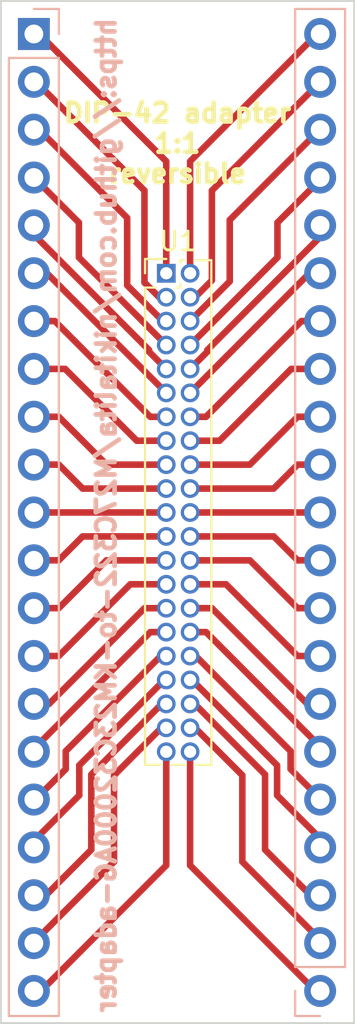
<source format=kicad_pcb>
(kicad_pcb (version 20211014) (generator pcbnew)
  (layers (0 "F.Cu" signal) (31 "B.Cu" signal) (34 "B.Paste" user) (35 "F.Paste" user) (36 "B.SilkS" user "B.Silkscreen") (37 "F.SilkS" user "F.Silkscreen") (38 "B.Mask" user) (39 "F.Mask" user) (44 "Edge.Cuts" user))
  (net 0 "")
  (net 1 "Net-(U1-Pad1)")
  (net 2 "Net-(U1-Pad2)")
  (net 3 "Net-(U1-Pad3)")
  (net 4 "Net-(U1-Pad4)")
  (net 5 "Net-(U1-Pad5)")
  (net 6 "Net-(U1-Pad6)")
  (net 7 "Net-(U1-Pad7)")
  (net 8 "Net-(U1-Pad8)")
  (net 9 "Net-(U1-Pad9)")
  (net 10 "Net-(U1-Pad10)")
  (net 11 "Net-(U1-Pad11)")
  (net 12 "Net-(U1-Pad12)")
  (net 13 "Net-(U1-Pad13)")
  (net 14 "Net-(U1-Pad14)")
  (net 15 "Net-(U1-Pad15)")
  (net 16 "Net-(U1-Pad16)")
  (net 17 "Net-(U1-Pad17)")
  (net 18 "Net-(U1-Pad18)")
  (net 19 "Net-(U1-Pad19)")
  (net 20 "Net-(U1-Pad20)")
  (net 21 "Net-(U1-Pad21)")
  (net 22 "Net-(U1-Pad22)")
  (net 23 "Net-(U1-Pad23)")
  (net 24 "Net-(U1-Pad24)")
  (net 25 "Net-(U1-Pad25)")
  (net 26 "Net-(U1-Pad26)")
  (net 27 "Net-(U1-Pad27)")
  (net 28 "Net-(U1-Pad28)")
  (net 29 "Net-(U1-Pad29)")
  (net 30 "Net-(U1-Pad30)")
  (net 31 "Net-(U1-Pad31)")
  (net 32 "Net-(U1-Pad32)")
  (net 33 "Net-(U1-Pad33)")
  (net 34 "Net-(U1-Pad34)")
  (net 35 "Net-(U1-Pad35)")
  (net 36 "Net-(U1-Pad36)")
  (net 37 "Net-(U1-Pad37)")
  (net 38 "Net-(U1-Pad38)")
  (net 39 "Net-(U1-Pad39)")
  (net 40 "Net-(U1-Pad40)")
  (net 41 "Net-(U1-Pad41)")
  (net 42 "Net-(U1-Pad42)")
  (footprint "Connector_PinHeader_1.27mm:PinHeader_2x21_P1.27mm_Vertical" (layer "F.Cu") (at 143.89 68.21)
    (fp_text reference "U1" (at 0.635 -1.695) (layer "F.SilkS"))
    (fp_text value "KM23C32000AG-adaptor")
    (fp_line (start 0.76 -0.695) (end 0.96247 -0.695) (layer "F.SilkS") (width 0.12))
    (fp_line (start 0.30753 26.095) (end 0.96247 26.095) (layer "F.SilkS") (width 0.12))
    (fp_line (start -1.13 0) (end -1.13 -0.76) (layer "F.SilkS") (width 0.12))
    (fp_line (start -1.13 26.095) (end -0.30753 26.095) (layer "F.SilkS") (width 0.12))
    (fp_line (start 0.76 -0.563471) (end 0.76 -0.695) (layer "F.SilkS") (width 0.12))
    (fp_line (start 1.57753 26.095) (end 2.4 26.095) (layer "F.SilkS") (width 0.12))
    (fp_line (start -1.13 0.76) (end -0.563471 0.76) (layer "F.SilkS") (width 0.12))
    (fp_line (start 2.4 -0.695) (end 2.4 26.095) (layer "F.SilkS") (width 0.12))
    (fp_line (start 0.76 0.706529) (end 0.76 0.563471) (layer "F.SilkS") (width 0.12))
    (fp_line (start -1.13 -0.76) (end 0 -0.76) (layer "F.SilkS") (width 0.12))
    (fp_line (start 0.563471 0.76) (end 0.706529 0.76) (layer "F.SilkS") (width 0.12))
    (fp_line (start 1.57753 -0.695) (end 2.4 -0.695) (layer "F.SilkS") (width 0.12))
    (fp_line (start -1.13 0.76) (end -1.13 26.095) (layer "F.SilkS") (width 0.12))
    (pad "1" thru_hole rect (at 0 0) (size 1 1) (drill 0.65) (layers *.Cu *.Mask) (net 1 "Net-(U1-Pad1)"))
    (pad "2" thru_hole oval (at 0 1.27) (size 1 1) (drill 0.65) (layers *.Cu *.Mask) (net 2 "Net-(U1-Pad2)"))
    (pad "3" thru_hole oval (at 0 2.54) (size 1 1) (drill 0.65) (layers *.Cu *.Mask) (net 3 "Net-(U1-Pad3)"))
    (pad "4" thru_hole oval (at 0 3.81) (size 1 1) (drill 0.65) (layers *.Cu *.Mask) (net 4 "Net-(U1-Pad4)"))
    (pad "5" thru_hole oval (at 0 5.08) (size 1 1) (drill 0.65) (layers *.Cu *.Mask) (net 5 "Net-(U1-Pad5)"))
    (pad "6" thru_hole oval (at 0 6.35) (size 1 1) (drill 0.65) (layers *.Cu *.Mask) (net 6 "Net-(U1-Pad6)"))
    (pad "7" thru_hole oval (at 0 7.62) (size 1 1) (drill 0.65) (layers *.Cu *.Mask) (net 7 "Net-(U1-Pad7)"))
    (pad "8" thru_hole oval (at 0 8.89) (size 1 1) (drill 0.65) (layers *.Cu *.Mask) (net 8 "Net-(U1-Pad8)"))
    (pad "9" thru_hole oval (at 0 10.16) (size 1 1) (drill 0.65) (layers *.Cu *.Mask) (net 9 "Net-(U1-Pad9)"))
    (pad "10" thru_hole oval (at 0 11.43) (size 1 1) (drill 0.65) (layers *.Cu *.Mask) (net 10 "Net-(U1-Pad10)"))
    (pad "11" thru_hole oval (at 0 12.7) (size 1 1) (drill 0.65) (layers *.Cu *.Mask) (net 11 "Net-(U1-Pad11)"))
    (pad "12" thru_hole oval (at 0 13.97) (size 1 1) (drill 0.65) (layers *.Cu *.Mask) (net 12 "Net-(U1-Pad12)"))
    (pad "13" thru_hole oval (at 0 15.24) (size 1 1) (drill 0.65) (layers *.Cu *.Mask) (net 13 "Net-(U1-Pad13)"))
    (pad "14" thru_hole oval (at 0 16.51) (size 1 1) (drill 0.65) (layers *.Cu *.Mask) (net 14 "Net-(U1-Pad14)"))
    (pad "15" thru_hole oval (at 0 17.78) (size 1 1) (drill 0.65) (layers *.Cu *.Mask) (net 15 "Net-(U1-Pad15)"))
    (pad "16" thru_hole oval (at 0 19.05) (size 1 1) (drill 0.65) (layers *.Cu *.Mask) (net 16 "Net-(U1-Pad16)"))
    (pad "17" thru_hole oval (at 0 20.32) (size 1 1) (drill 0.65) (layers *.Cu *.Mask) (net 17 "Net-(U1-Pad17)"))
    (pad "18" thru_hole oval (at 0 21.59) (size 1 1) (drill 0.65) (layers *.Cu *.Mask) (net 18 "Net-(U1-Pad18)"))
    (pad "19" thru_hole oval (at 0 22.86) (size 1 1) (drill 0.65) (layers *.Cu *.Mask) (net 19 "Net-(U1-Pad19)"))
    (pad "20" thru_hole oval (at 0 24.13) (size 1 1) (drill 0.65) (layers *.Cu *.Mask) (net 20 "Net-(U1-Pad20)"))
    (pad "21" thru_hole oval (at 0 25.4) (size 1 1) (drill 0.65) (layers *.Cu *.Mask) (net 21 "Net-(U1-Pad21)"))
    (pad "22" thru_hole oval (at 1.27 25.4) (size 1 1) (drill 0.65) (layers *.Cu *.Mask) (net 22 "Net-(U1-Pad22)"))
    (pad "23" thru_hole oval (at 1.27 24.13) (size 1 1) (drill 0.65) (layers *.Cu *.Mask) (net 23 "Net-(U1-Pad23)"))
    (pad "24" thru_hole oval (at 1.27 22.86) (size 1 1) (drill 0.65) (layers *.Cu *.Mask) (net 24 "Net-(U1-Pad24)"))
    (pad "25" thru_hole oval (at 1.27 21.59) (size 1 1) (drill 0.65) (layers *.Cu *.Mask) (net 25 "Net-(U1-Pad25)"))
    (pad "26" thru_hole oval (at 1.27 20.32) (size 1 1) (drill 0.65) (layers *.Cu *.Mask) (net 26 "Net-(U1-Pad26)"))
    (pad "27" thru_hole oval (at 1.27 19.05) (size 1 1) (drill 0.65) (layers *.Cu *.Mask) (net 27 "Net-(U1-Pad27)"))
    (pad "28" thru_hole oval (at 1.27 17.78) (size 1 1) (drill 0.65) (layers *.Cu *.Mask) (net 28 "Net-(U1-Pad28)"))
    (pad "29" thru_hole oval (at 1.27 16.51) (size 1 1) (drill 0.65) (layers *.Cu *.Mask) (net 29 "Net-(U1-Pad29)"))
    (pad "30" thru_hole oval (at 1.27 15.24) (size 1 1) (drill 0.65) (layers *.Cu *.Mask) (net 30 "Net-(U1-Pad30)"))
    (pad "31" thru_hole oval (at 1.27 13.97) (size 1 1) (drill 0.65) (layers *.Cu *.Mask) (net 31 "Net-(U1-Pad31)"))
    (pad "32" thru_hole oval (at 1.27 12.7) (size 1 1) (drill 0.65) (layers *.Cu *.Mask) (net 32 "Net-(U1-Pad32)"))
    (pad "33" thru_hole oval (at 1.27 11.43) (size 1 1) (drill 0.65) (layers *.Cu *.Mask) (net 33 "Net-(U1-Pad33)"))
    (pad "34" thru_hole oval (at 1.27 10.16) (size 1 1) (drill 0.65) (layers *.Cu *.Mask) (net 34 "Net-(U1-Pad34)"))
    (pad "35" thru_hole oval (at 1.27 8.89) (size 1 1) (drill 0.65) (layers *.Cu *.Mask) (net 35 "Net-(U1-Pad35)"))
    (pad "36" thru_hole oval (at 1.27 7.62) (size 1 1) (drill 0.65) (layers *.Cu *.Mask) (net 36 "Net-(U1-Pad36)"))
    (pad "37" thru_hole oval (at 1.27 6.35) (size 1 1) (drill 0.65) (layers *.Cu *.Mask) (net 37 "Net-(U1-Pad37)"))
    (pad "38" thru_hole oval (at 1.27 5.08) (size 1 1) (drill 0.65) (layers *.Cu *.Mask) (net 38 "Net-(U1-Pad38)"))
    (pad "39" thru_hole oval (at 1.27 3.81) (size 1 1) (drill 0.65) (layers *.Cu *.Mask) (net 39 "Net-(U1-Pad39)"))
    (pad "40" thru_hole oval (at 1.27 2.54) (size 1 1) (drill 0.65) (layers *.Cu *.Mask) (net 40 "Net-(U1-Pad40)"))
    (pad "41" thru_hole oval (at 1.27 1.27) (size 1 1) (drill 0.65) (layers *.Cu *.Mask) (net 41 "Net-(U1-Pad41)"))
    (pad "42" thru_hole oval (at 1.27 0) (size 1 1) (drill 0.65) (layers *.Cu *.Mask) (net 42 "Net-(U1-Pad42)"))
  )
  (footprint "Library:27C322 Adaptor" (layer "B.Cu") (at 152.082 55.508 180)
    (fp_text reference "U2" hide)
    (fp_text value "27C322" hide)
    (fp_line (start 16.57 -1.27) (end 16.57 -52.13) (layer "B.SilkS") (width 0.12))
    (fp_line (start 1.33 -49.53) (end 1.33 1.33) (layer "B.SilkS") (width 0.12))
    (fp_line (start 13.91 1.33) (end 15.24 1.33) (layer "B.SilkS") (width 0.12))
    (fp_line (start 13.91 0) (end 13.91 1.33) (layer "B.SilkS") (width 0.12))
    (fp_line (start 1.33 1.33) (end -1.33 1.33) (layer "B.SilkS") (width 0.12))
    (fp_line (start 1.33 -50.8) (end 1.33 -52.13) (layer "B.SilkS") (width 0.12))
    (fp_line (start 13.91 -1.27) (end 16.57 -1.27) (layer "B.SilkS") (width 0.12))
    (fp_line (start 13.91 -52.13) (end 16.57 -52.13) (layer "B.SilkS") (width 0.12))
    (fp_line (start 13.91 -1.27) (end 13.91 -52.13) (layer "B.SilkS") (width 0.12))
    (fp_line (start -1.33 -49.53) (end -1.33 1.33) (layer "B.SilkS") (width 0.12))
    (fp_line (start 1.33 -49.53) (end -1.33 -49.53) (layer "B.SilkS") (width 0.12))
    (fp_line (start 1.33 -52.13) (end 0 -52.13) (layer "B.SilkS") (width 0.12))
    (pad "1" thru_hole rect (at 15.24 0 180) (size 1.7 1.7) (drill 1) (layers *.Cu *.Mask) (net 1 "Net-(U1-Pad1)"))
    (pad "2" thru_hole oval (at 15.24 -2.54 180) (size 1.7 1.7) (drill 1) (layers *.Cu *.Mask) (net 2 "Net-(U1-Pad2)"))
    (pad "3" thru_hole oval (at 15.24 -5.08 180) (size 1.7 1.7) (drill 1) (layers *.Cu *.Mask) (net 3 "Net-(U1-Pad3)"))
    (pad "4" thru_hole oval (at 15.24 -7.62 180) (size 1.7 1.7) (drill 1) (layers *.Cu *.Mask) (net 4 "Net-(U1-Pad4)"))
    (pad "5" thru_hole oval (at 15.24 -10.16 180) (size 1.7 1.7) (drill 1) (layers *.Cu *.Mask) (net 5 "Net-(U1-Pad5)"))
    (pad "6" thru_hole oval (at 15.24 -12.7 180) (size 1.7 1.7) (drill 1) (layers *.Cu *.Mask) (net 6 "Net-(U1-Pad6)"))
    (pad "7" thru_hole oval (at 15.24 -15.24 180) (size 1.7 1.7) (drill 1) (layers *.Cu *.Mask) (net 7 "Net-(U1-Pad7)"))
    (pad "8" thru_hole oval (at 15.24 -17.78 180) (size 1.7 1.7) (drill 1) (layers *.Cu *.Mask) (net 8 "Net-(U1-Pad8)"))
    (pad "9" thru_hole oval (at 15.24 -20.32 180) (size 1.7 1.7) (drill 1) (layers *.Cu *.Mask) (net 9 "Net-(U1-Pad9)"))
    (pad "10" thru_hole oval (at 15.24 -22.86 180) (size 1.7 1.7) (drill 1) (layers *.Cu *.Mask) (net 10 "Net-(U1-Pad10)"))
    (pad "11" thru_hole oval (at 15.24 -25.4 180) (size 1.7 1.7) (drill 1) (layers *.Cu *.Mask) (net 11 "Net-(U1-Pad11)"))
    (pad "12" thru_hole oval (at 15.24 -27.94 180) (size 1.7 1.7) (drill 1) (layers *.Cu *.Mask) (net 12 "Net-(U1-Pad12)"))
    (pad "13" thru_hole oval (at 15.24 -30.48 180) (size 1.7 1.7) (drill 1) (layers *.Cu *.Mask) (net 13 "Net-(U1-Pad13)"))
    (pad "14" thru_hole oval (at 15.24 -33.02 180) (size 1.7 1.7) (drill 1) (layers *.Cu *.Mask) (net 14 "Net-(U1-Pad14)"))
    (pad "15" thru_hole oval (at 15.24 -35.56 180) (size 1.7 1.7) (drill 1) (layers *.Cu *.Mask) (net 15 "Net-(U1-Pad15)"))
    (pad "16" thru_hole oval (at 15.24 -38.1 180) (size 1.7 1.7) (drill 1) (layers *.Cu *.Mask) (net 16 "Net-(U1-Pad16)"))
    (pad "17" thru_hole oval (at 15.24 -40.64 180) (size 1.7 1.7) (drill 1) (layers *.Cu *.Mask) (net 17 "Net-(U1-Pad17)"))
    (pad "18" thru_hole oval (at 15.24 -43.18 180) (size 1.7 1.7) (drill 1) (layers *.Cu *.Mask) (net 18 "Net-(U1-Pad18)"))
    (pad "19" thru_hole oval (at 15.24 -45.72 180) (size 1.7 1.7) (drill 1) (layers *.Cu *.Mask) (net 19 "Net-(U1-Pad19)"))
    (pad "20" thru_hole oval (at 15.24 -48.26 180) (size 1.7 1.7) (drill 1) (layers *.Cu *.Mask) (net 20 "Net-(U1-Pad20)"))
    (pad "21" thru_hole oval (at 15.24 -50.8 180) (size 1.7 1.7) (drill 1) (layers *.Cu *.Mask) (net 21 "Net-(U1-Pad21)"))
    (pad "22" thru_hole oval (at 0 -50.8 180) (size 1.7 1.7) (drill 1) (layers *.Cu *.Mask) (net 22 "Net-(U1-Pad22)"))
    (pad "23" thru_hole oval (at 0 -48.26 180) (size 1.7 1.7) (drill 1) (layers *.Cu *.Mask) (net 23 "Net-(U1-Pad23)"))
    (pad "24" thru_hole oval (at 0 -45.72 180) (size 1.7 1.7) (drill 1) (layers *.Cu *.Mask) (net 24 "Net-(U1-Pad24)"))
    (pad "25" thru_hole oval (at 0 -43.18 180) (size 1.7 1.7) (drill 1) (layers *.Cu *.Mask) (net 25 "Net-(U1-Pad25)"))
    (pad "26" thru_hole oval (at 0 -40.64 180) (size 1.7 1.7) (drill 1) (layers *.Cu *.Mask) (net 26 "Net-(U1-Pad26)"))
    (pad "27" thru_hole oval (at 0 -38.1 180) (size 1.7 1.7) (drill 1) (layers *.Cu *.Mask) (net 27 "Net-(U1-Pad27)"))
    (pad "28" thru_hole oval (at 0 -35.56 180) (size 1.7 1.7) (drill 1) (layers *.Cu *.Mask) (net 28 "Net-(U1-Pad28)"))
    (pad "29" thru_hole oval (at 0 -33.02 180) (size 1.7 1.7) (drill 1) (layers *.Cu *.Mask) (net 29 "Net-(U1-Pad29)"))
    (pad "30" thru_hole oval (at 0 -30.48 180) (size 1.7 1.7) (drill 1) (layers *.Cu *.Mask) (net 30 "Net-(U1-Pad30)"))
    (pad "31" thru_hole oval (at 0 -27.94 180) (size 1.7 1.7) (drill 1) (layers *.Cu *.Mask) (net 31 "Net-(U1-Pad31)"))
    (pad "32" thru_hole oval (at 0 -25.4 180) (size 1.7 1.7) (drill 1) (layers *.Cu *.Mask) (net 32 "Net-(U1-Pad32)"))
    (pad "33" thru_hole oval (at 0 -22.86 180) (size 1.7 1.7) (drill 1) (layers *.Cu *.Mask) (net 33 "Net-(U1-Pad33)"))
    (pad "34" thru_hole oval (at 0 -20.32 180) (size 1.7 1.7) (drill 1) (layers *.Cu *.Mask) (net 34 "Net-(U1-Pad34)"))
    (pad "35" thru_hole oval (at 0 -17.78 180) (size 1.7 1.7) (drill 1) (layers *.Cu *.Mask) (net 35 "Net-(U1-Pad35)"))
    (pad "36" thru_hole oval (at 0 -15.24 180) (size 1.7 1.7) (drill 1) (layers *.Cu *.Mask) (net 36 "Net-(U1-Pad36)"))
    (pad "37" thru_hole oval (at 0 -12.7 180) (size 1.7 1.7) (drill 1) (layers *.Cu *.Mask) (net 37 "Net-(U1-Pad37)"))
    (pad "38" thru_hole oval (at 0 -10.16 180) (size 1.7 1.7) (drill 1) (layers *.Cu *.Mask) (net 38 "Net-(U1-Pad38)"))
    (pad "39" thru_hole oval (at 0 -7.62 180) (size 1.7 1.7) (drill 1) (layers *.Cu *.Mask) (net 39 "Net-(U1-Pad39)"))
    (pad "40" thru_hole oval (at 0 -5.08 180) (size 1.7 1.7) (drill 1) (layers *.Cu *.Mask) (net 40 "Net-(U1-Pad40)"))
    (pad "41" thru_hole oval (at 0 -2.54 180) (size 1.7 1.7) (drill 1) (layers *.Cu *.Mask) (net 41 "Net-(U1-Pad41)"))
    (pad "42" thru_hole oval (at 0 0 180) (size 1.7 1.7) (drill 1) (layers *.Cu *.Mask) (net 42 "Net-(U1-Pad42)"))
  )
  (gr_rect (start 135.09 53.754) (end 153.89 108.012) (layer "Edge.Cuts") (width 0.1) (fill none))
  (gr_text "https://github.com/nikitalita/M27C322-to-KM23C32000AG-adapter\n" (at 140.69 81.06 -270) (layer "B.SilkS") (effects (font (size 1 1) (thickness 0.25)) (justify mirror)))
  (gr_text "DIP-42 adapter\n1:1\nreversible" (at 144.48 61.31) (layer "F.SilkS") (effects (font (size 1 1) (thickness 0.25))))
  (segment (start 137.128 55.508) (end 143.89 62.27) (width 0.35) (layer "F.Cu") (net 1))
  (segment (start 136.968 55.508) (end 137.128 55.508) (width 0.35) (layer "F.Cu") (net 1))
  (segment (start 143.89 62.27) (end 143.89 68.21) (width 0.35) (layer "F.Cu") (net 1))
  (segment (start 136.968 58.058) (end 136.968 58.048) (width 0.35) (layer "F.Cu") (net 2))
  (segment (start 143.51 69.48) (end 142.73 68.7) (width 0.35) (layer "F.Cu") (net 2))
  (segment (start 142.73 68.7) (end 142.73 63.82) (width 0.35) (layer "F.Cu") (net 2))
  (segment (start 142.73 63.82) (end 136.968 58.058) (width 0.35) (layer "F.Cu") (net 2))
  (segment (start 143.89 69.48) (end 143.51 69.48) (width 0.35) (layer "F.Cu") (net 2))
  (segment (start 143.89 70.75) (end 143.71 70.75) (width 0.35) (layer "F.Cu") (net 3))
  (segment (start 143.71 70.75) (end 141.81 68.85) (width 0.35) (layer "F.Cu") (net 3))
  (segment (start 141.81 68.85) (end 141.81 65.27) (width 0.35) (layer "F.Cu") (net 3))
  (segment (start 137.128 60.588) (end 136.968 60.588) (width 0.35) (layer "F.Cu") (net 3))
  (segment (start 141.81 65.27) (end 137.128 60.588) (width 0.35) (layer "F.Cu") (net 3))
  (segment (start 136.968 63.248) (end 139.24 65.52) (width 0.35) (layer "F.Cu") (net 4))
  (segment (start 136.968 63.128) (end 136.968 63.248) (width 0.35) (layer "F.Cu") (net 4))
  (segment (start 139.24 67.37) (end 143.89 72.02) (width 0.35) (layer "F.Cu") (net 4))
  (segment (start 139.24 65.52) (end 139.24 67.37) (width 0.35) (layer "F.Cu") (net 4))
  (segment (start 136.968 65.668) (end 136.968 66.2805) (width 0.35) (layer "F.Cu") (net 5))
  (segment (start 136.968 66.2805) (end 142.9725 72.285) (width 0.35) (layer "F.Cu") (net 5))
  (segment (start 142.9725 72.3725) (end 143.89 73.29) (width 0.35) (layer "F.Cu") (net 5))
  (segment (start 142.9725 72.285) (end 142.9725 72.3725) (width 0.35) (layer "F.Cu") (net 5))
  (segment (start 137.538 68.208) (end 143.89 74.56) (width 0.35) (layer "F.Cu") (net 6))
  (segment (start 136.968 68.208) (end 137.538 68.208) (width 0.35) (layer "F.Cu") (net 6))
  (segment (start 136.968 70.748) (end 137.9579 70.748) (width 0.35) (layer "F.Cu") (net 7))
  (segment (start 143.0399 75.83) (end 143.89 75.83) (width 0.35) (layer "F.Cu") (net 7))
  (segment (start 137.9579 70.748) (end 143.0399 75.83) (width 0.35) (layer "F.Cu") (net 7))
  (segment (start 143.89 77.1) (end 142.32 77.1) (width 0.35) (layer "F.Cu") (net 8))
  (segment (start 142.32 77.1) (end 138.508 73.288) (width 0.35) (layer "F.Cu") (net 8))
  (segment (start 138.508 73.288) (end 136.968 73.288) (width 0.35) (layer "F.Cu") (net 8))
  (segment (start 138.1681 75.828) (end 140.7101 78.37) (width 0.35) (layer "F.Cu") (net 9))
  (segment (start 140.7101 78.37) (end 143.89 78.37) (width 0.35) (layer "F.Cu") (net 9))
  (segment (start 136.968 75.828) (end 138.1681 75.828) (width 0.35) (layer "F.Cu") (net 9))
  (segment (start 138.1681 78.368) (end 139.4401 79.64) (width 0.35) (layer "F.Cu") (net 10))
  (segment (start 139.4401 79.64) (end 143.89 79.64) (width 0.35) (layer "F.Cu") (net 10))
  (segment (start 136.968 78.368) (end 138.1681 78.368) (width 0.35) (layer "F.Cu") (net 10))
  (segment (start 143.89 80.91) (end 143.0399 80.91) (width 0.35) (layer "F.Cu") (net 11))
  (segment (start 136.968 80.908) (end 143.0379 80.908) (width 0.35) (layer "F.Cu") (net 11))
  (segment (start 143.0379 80.908) (end 143.0399 80.91) (width 0.35) (layer "F.Cu") (net 11))
  (segment (start 136.968 83.448) (end 138.1681 83.448) (width 0.35) (layer "F.Cu") (net 12))
  (segment (start 138.1681 83.448) (end 139.4361 82.18) (width 0.35) (layer "F.Cu") (net 12))
  (segment (start 139.4361 82.18) (end 143.89 82.18) (width 0.35) (layer "F.Cu") (net 12))
  (segment (start 138.1681 85.988) (end 140.7061 83.45) (width 0.35) (layer "F.Cu") (net 13))
  (segment (start 140.7061 83.45) (end 143.89 83.45) (width 0.35) (layer "F.Cu") (net 13))
  (segment (start 136.968 85.988) (end 138.1681 85.988) (width 0.35) (layer "F.Cu") (net 13))
  (segment (start 143.89 84.72) (end 141.9761 84.72) (width 0.35) (layer "F.Cu") (net 14))
  (segment (start 136.968 88.528) (end 138.1681 88.528) (width 0.35) (layer "F.Cu") (net 14))
  (segment (start 141.9761 84.72) (end 138.1681 88.528) (width 0.35) (layer "F.Cu") (net 14))
  (segment (start 137.652 91.068) (end 142.73 85.99) (width 0.35) (layer "F.Cu") (net 15))
  (segment (start 136.968 91.068) (end 137.652 91.068) (width 0.35) (layer "F.Cu") (net 15))
  (segment (start 142.73 85.99) (end 143.89 85.99) (width 0.35) (layer "F.Cu") (net 15))
  (segment (start 136.968 93.608) (end 136.968 93.3319) (width 0.35) (layer "F.Cu") (net 16))
  (segment (start 143.0399 87.26) (end 143.89 87.26) (width 0.35) (layer "F.Cu") (net 16))
  (segment (start 136.968 93.3319) (end 143.0399 87.26) (width 0.35) (layer "F.Cu") (net 16))
  (segment (start 143.59 88.53) (end 143.89 88.53) (width 0.35) (layer "F.Cu") (net 17))
  (segment (start 136.968 96.102) (end 138.54 94.53) (width 0.35) (layer "F.Cu") (net 17))
  (segment (start 138.54 93.58) (end 143.59 88.53) (width 0.35) (layer "F.Cu") (net 17))
  (segment (start 138.54 94.53) (end 138.54 93.58) (width 0.35) (layer "F.Cu") (net 17))
  (segment (start 136.968 96.148) (end 136.968 96.102) (width 0.35) (layer "F.Cu") (net 17))
  (segment (start 139.26 94.33) (end 139.26 95.92) (width 0.35) (layer "F.Cu") (net 18))
  (segment (start 139.26 95.92) (end 136.968 98.212) (width 0.35) (layer "F.Cu") (net 18))
  (segment (start 143.79 89.8) (end 139.26 94.33) (width 0.35) (layer "F.Cu") (net 18))
  (segment (start 143.89 89.8) (end 143.79 89.8) (width 0.35) (layer "F.Cu") (net 18))
  (segment (start 136.968 98.212) (end 136.968 98.688) (width 0.35) (layer "F.Cu") (net 18))
  (segment (start 139.9 94.82) (end 143.65 91.07) (width 0.35) (layer "F.Cu") (net 19))
  (segment (start 143.65 91.07) (end 143.89 91.07) (width 0.35) (layer "F.Cu") (net 19))
  (segment (start 139.9 98.81) (end 139.9 94.82) (width 0.35) (layer "F.Cu") (net 19))
  (segment (start 136.968 101.228) (end 137.482 101.228) (width 0.35) (layer "F.Cu") (net 19))
  (segment (start 137.482 101.228) (end 139.9 98.81) (width 0.35) (layer "F.Cu") (net 19))
  (segment (start 143.63 92.34) (end 141.11 94.86) (width 0.35) (layer "F.Cu") (net 20))
  (segment (start 143.89 92.34) (end 143.63 92.34) (width 0.35) (layer "F.Cu") (net 20))
  (segment (start 136.968 103.592) (end 136.968 103.768) (width 0.35) (layer "F.Cu") (net 20))
  (segment (start 141.11 94.86) (end 141.11 99.45) (width 0.35) (layer "F.Cu") (net 20))
  (segment (start 141.11 99.45) (end 136.968 103.592) (width 0.35) (layer "F.Cu") (net 20))
  (segment (start 143.89 99.64) (end 143.89 93.61) (width 0.35) (layer "F.Cu") (net 21))
  (segment (start 137.222 106.308) (end 143.89 99.64) (width 0.35) (layer "F.Cu") (net 21))
  (segment (start 136.968 106.308) (end 137.222 106.308) (width 0.35) (layer "F.Cu") (net 21))
  (segment (start 152.082 106.308) (end 151.828 106.308) (width 0.35) (layer "F.Cu") (net 22))
  (segment (start 151.828 106.308) (end 145.16 99.64) (width 0.35) (layer "F.Cu") (net 22))
  (segment (start 145.16 99.64) (end 145.16 93.61) (width 0.35) (layer "F.Cu") (net 22))
  (segment (start 145.42 92.34) (end 147.94 94.86) (width 0.35) (layer "F.Cu") (net 23))
  (segment (start 147.94 94.86) (end 147.94 99.45) (width 0.35) (layer "F.Cu") (net 23))
  (segment (start 152.082 103.592) (end 152.082 103.768) (width 0.35) (layer "F.Cu") (net 23))
  (segment (start 147.94 99.45) (end 152.082 103.592) (width 0.35) (layer "F.Cu") (net 23))
  (segment (start 145.16 92.34) (end 145.42 92.34) (width 0.35) (layer "F.Cu") (net 23))
  (segment (start 149.15 94.82) (end 145.4 91.07) (width 0.35) (layer "F.Cu") (net 24))
  (segment (start 151.568 101.228) (end 149.15 98.81) (width 0.35) (layer "F.Cu") (net 24))
  (segment (start 149.15 98.81) (end 149.15 94.82) (width 0.35) (layer "F.Cu") (net 24))
  (segment (start 145.4 91.07) (end 145.16 91.07) (width 0.35) (layer "F.Cu") (net 24))
  (segment (start 152.082 101.228) (end 151.568 101.228) (width 0.35) (layer "F.Cu") (net 24))
  (segment (start 145.16 89.8) (end 145.26 89.8) (width 0.35) (layer "F.Cu") (net 25))
  (segment (start 149.79 94.33) (end 149.79 95.92) (width 0.35) (layer "F.Cu") (net 25))
  (segment (start 149.79 95.92) (end 152.082 98.212) (width 0.35) (layer "F.Cu") (net 25))
  (segment (start 152.082 98.212) (end 152.082 98.688) (width 0.35) (layer "F.Cu") (net 25))
  (segment (start 145.26 89.8) (end 149.79 94.33) (width 0.35) (layer "F.Cu") (net 25))
  (segment (start 150.51 94.53) (end 150.51 93.58) (width 0.35) (layer "F.Cu") (net 26))
  (segment (start 152.082 96.102) (end 150.51 94.53) (width 0.35) (layer "F.Cu") (net 26))
  (segment (start 150.51 93.58) (end 145.46 88.53) (width 0.35) (layer "F.Cu") (net 26))
  (segment (start 152.082 96.148) (end 152.082 96.102) (width 0.35) (layer "F.Cu") (net 26))
  (segment (start 145.46 88.53) (end 145.16 88.53) (width 0.35) (layer "F.Cu") (net 26))
  (segment (start 152.082 93.608) (end 152.082 93.3319) (width 0.35) (layer "F.Cu") (net 27))
  (segment (start 146.0101 87.26) (end 145.16 87.26) (width 0.35) (layer "F.Cu") (net 27))
  (segment (start 152.082 93.3319) (end 146.0101 87.26) (width 0.35) (layer "F.Cu") (net 27))
  (segment (start 151.398 91.068) (end 146.32 85.99) (width 0.35) (layer "F.Cu") (net 28))
  (segment (start 146.32 85.99) (end 145.16 85.99) (width 0.35) (layer "F.Cu") (net 28))
  (segment (start 152.082 91.068) (end 151.398 91.068) (width 0.35) (layer "F.Cu") (net 28))
  (segment (start 147.0739 84.72) (end 150.8819 88.528) (width 0.35) (layer "F.Cu") (net 29))
  (segment (start 145.16 84.72) (end 147.0739 84.72) (width 0.35) (layer "F.Cu") (net 29))
  (segment (start 152.082 88.528) (end 150.8819 88.528) (width 0.35) (layer "F.Cu") (net 29))
  (segment (start 150.8819 85.988) (end 148.3439 83.45) (width 0.35) (layer "F.Cu") (net 30))
  (segment (start 148.3439 83.45) (end 145.16 83.45) (width 0.35) (layer "F.Cu") (net 30))
  (segment (start 152.082 85.988) (end 150.8819 85.988) (width 0.35) (layer "F.Cu") (net 30))
  (segment (start 150.8819 83.448) (end 149.6139 82.18) (width 0.35) (layer "F.Cu") (net 31))
  (segment (start 152.082 83.448) (end 150.8819 83.448) (width 0.35) (layer "F.Cu") (net 31))
  (segment (start 149.6139 82.18) (end 145.16 82.18) (width 0.35) (layer "F.Cu") (net 31))
  (segment (start 146.0121 80.908) (end 146.0101 80.91) (width 0.35) (layer "F.Cu") (net 32))
  (segment (start 152.082 80.908) (end 146.0121 80.908) (width 0.35) (layer "F.Cu") (net 32))
  (segment (start 145.16 80.91) (end 146.0101 80.91) (width 0.35) (layer "F.Cu") (net 32))
  (segment (start 150.8819 78.368) (end 149.6099 79.64) (width 0.35) (layer "F.Cu") (net 33))
  (segment (start 152.082 78.368) (end 150.8819 78.368) (width 0.35) (layer "F.Cu") (net 33))
  (segment (start 149.6099 79.64) (end 145.16 79.64) (width 0.35) (layer "F.Cu") (net 33))
  (segment (start 150.8819 75.828) (end 148.3399 78.37) (width 0.35) (layer "F.Cu") (net 34))
  (segment (start 148.3399 78.37) (end 145.16 78.37) (width 0.35) (layer "F.Cu") (net 34))
  (segment (start 152.082 75.828) (end 150.8819 75.828) (width 0.35) (layer "F.Cu") (net 34))
  (segment (start 145.16 77.1) (end 146.73 77.1) (width 0.35) (layer "F.Cu") (net 35))
  (segment (start 150.542 73.288) (end 152.082 73.288) (width 0.35) (layer "F.Cu") (net 35))
  (segment (start 146.73 77.1) (end 150.542 73.288) (width 0.35) (layer "F.Cu") (net 35))
  (segment (start 146.0101 75.83) (end 145.16 75.83) (width 0.35) (layer "F.Cu") (net 36))
  (segment (start 151.0921 70.748) (end 146.0101 75.83) (width 0.35) (layer "F.Cu") (net 36))
  (segment (start 152.082 70.748) (end 151.0921 70.748) (width 0.35) (layer "F.Cu") (net 36))
  (segment (start 152.082 68.208) (end 151.512 68.208) (width 0.35) (layer "F.Cu") (net 37))
  (segment (start 151.512 68.208) (end 145.16 74.56) (width 0.35) (layer "F.Cu") (net 37))
  (segment (start 146.0775 72.285) (end 146.0775 72.3725) (width 0.35) (layer "F.Cu") (net 38))
  (segment (start 152.082 66.2805) (end 146.0775 72.285) (width 0.35) (layer "F.Cu") (net 38))
  (segment (start 152.082 65.668) (end 152.082 66.2805) (width 0.35) (layer "F.Cu") (net 38))
  (segment (start 146.0775 72.3725) (end 145.16 73.29) (width 0.35) (layer "F.Cu") (net 38))
  (segment (start 152.082 63.248) (end 149.81 65.52) (width 0.35) (layer "F.Cu") (net 39))
  (segment (start 149.81 67.37) (end 145.16 72.02) (width 0.35) (layer "F.Cu") (net 39))
  (segment (start 152.082 63.128) (end 152.082 63.248) (width 0.35) (layer "F.Cu") (net 39))
  (segment (start 149.81 65.52) (end 149.81 67.37) (width 0.35) (layer "F.Cu") (net 39))
  (segment (start 147.27 68.64) (end 147.27 65.38) (width 0.35) (layer "F.Cu") (net 40))
  (segment (start 152.062 60.588) (end 152.082 60.588) (width 0.35) (layer "F.Cu") (net 40))
  (segment (start 147.27 65.38) (end 152.062 60.588) (width 0.35) (layer "F.Cu") (net 40))
  (segment (start 145.16 70.75) (end 147.27 68.64) (width 0.35) (layer "F.Cu") (net 40))
  (segment (start 145.16 69.48) (end 145.43 69.48) (width 0.35) (layer "F.Cu") (net 41))
  (segment (start 146.32 63.82) (end 152.082 58.058) (width 0.35) (layer "F.Cu") (net 41))
  (segment (start 145.43 69.48) (end 146.32 68.59) (width 0.35) (layer "F.Cu") (net 41))
  (segment (start 152.082 58.058) (end 152.082 58.048) (width 0.35) (layer "F.Cu") (net 41))
  (segment (start 146.32 68.59) (end 146.32 63.82) (width 0.35) (layer "F.Cu") (net 41))
  (segment (start 151.922 55.508) (end 145.16 62.27) (width 0.35) (layer "F.Cu") (net 42))
  (segment (start 152.082 55.508) (end 151.922 55.508) (width 0.35) (layer "F.Cu") (net 42))
  (segment (start 145.16 62.27) (end 145.16 68.21) (width 0.35) (layer "F.Cu") (net 42))
)
</source>
